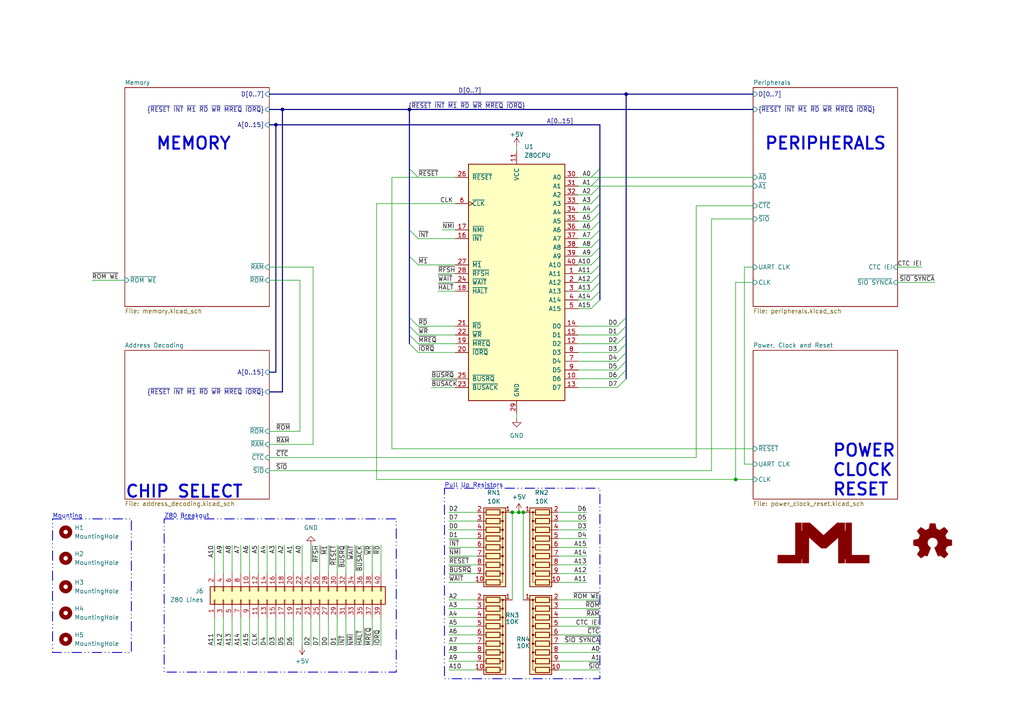
<source format=kicad_sch>
(kicad_sch (version 20230121) (generator eeschema)
  (paper "A4")
  (title_block (title "JML-8 Mini Schematic") (date "2023-10-02") (rev "A") (company "https://github.com/jac-oblong/JML") (comment 1 "Design of Z80 based microcomputer") (comment 3 "Released under MIT License") (comment 4 "Created by: Jacob Long (https://github.com/jac-oblong)"))
  (lib_symbols
    (symbol "CPU:Z80CPU" (pin_names (offset 1.016))
      (property "Reference" "U" (at -13.97 35.56 0))
      (property "Value" "Z80CPU" (at 6.35 35.56 0))
      (symbol "Z80CPU_0_1"
        (rectangle (start -13.97 34.29) (end 13.97 -34.29) (stroke (width 0.254)) (fill (type background)))
      )
      (symbol "Z80CPU_1_1"
        (pin output line (at 17.78 2.54 180) (length 3.81) (name "A11") (number "1"))
        (pin bidirectional line (at 17.78 -27.94 180) (length 3.81) (name "D6") (number "10"))
        (pin power_in line (at 0 38.1 270) (length 3.81) (name "VCC") (number "11"))
        (pin bidirectional line (at 17.78 -17.78 180) (length 3.81) (name "D2") (number "12"))
        (pin bidirectional line (at 17.78 -30.48 180) (length 3.81) (name "D7") (number "13"))
        (pin bidirectional line (at 17.78 -12.7 180) (length 3.81) (name "D0") (number "14"))
        (pin bidirectional line (at 17.78 -15.24 180) (length 3.81) (name "D1") (number "15"))
        (pin input line (at -17.78 12.7 0) (length 3.81) (name "~{INT}") (number "16"))
        (pin input line (at -17.78 15.24 0) (length 3.81) (name "~{NMI}") (number "17"))
        (pin output line (at -17.78 -2.54 0) (length 3.81) (name "~{HALT}") (number "18"))
        (pin output line (at -17.78 -17.78 0) (length 3.81) (name "~{MREQ}") (number "19"))
        (pin output line (at 17.78 0 180) (length 3.81) (name "A12") (number "2"))
        (pin output line (at -17.78 -20.32 0) (length 3.81) (name "~{IORQ}") (number "20"))
        (pin output line (at -17.78 -12.7 0) (length 3.81) (name "~{RD}") (number "21"))
        (pin output line (at -17.78 -15.24 0) (length 3.81) (name "~{WR}") (number "22"))
        (pin output line (at -17.78 -30.48 0) (length 3.81) (name "~{BUSACK}") (number "23"))
        (pin input line (at -17.78 0 0) (length 3.81) (name "~{WAIT}") (number "24"))
        (pin input line (at -17.78 -27.94 0) (length 3.81) (name "~{BUSRQ}") (number "25"))
        (pin input line (at -17.78 30.48 0) (length 3.81) (name "~{RESET}") (number "26"))
        (pin output line (at -17.78 5.08 0) (length 3.81) (name "~{M1}") (number "27"))
        (pin output line (at -17.78 2.54 0) (length 3.81) (name "~{RFSH}") (number "28"))
        (pin power_in line (at 0 -38.1 90) (length 3.81) (name "GND") (number "29"))
        (pin output line (at 17.78 -2.54 180) (length 3.81) (name "A13") (number "3"))
        (pin output line (at 17.78 30.48 180) (length 3.81) (name "A0") (number "30"))
        (pin output line (at 17.78 27.94 180) (length 3.81) (name "A1") (number "31"))
        (pin output line (at 17.78 25.4 180) (length 3.81) (name "A2") (number "32"))
        (pin output line (at 17.78 22.86 180) (length 3.81) (name "A3") (number "33"))
        (pin output line (at 17.78 20.32 180) (length 3.81) (name "A4") (number "34"))
        (pin output line (at 17.78 17.78 180) (length 3.81) (name "A5") (number "35"))
        (pin output line (at 17.78 15.24 180) (length 3.81) (name "A6") (number "36"))
        (pin output line (at 17.78 12.7 180) (length 3.81) (name "A7") (number "37"))
        (pin output line (at 17.78 10.16 180) (length 3.81) (name "A8") (number "38"))
        (pin output line (at 17.78 7.62 180) (length 3.81) (name "A9") (number "39"))
        (pin output line (at 17.78 -5.08 180) (length 3.81) (name "A14") (number "4"))
        (pin output line (at 17.78 5.08 180) (length 3.81) (name "A10") (number "40"))
        (pin output line (at 17.78 -7.62 180) (length 3.81) (name "A15") (number "5"))
        (pin input clock (at -17.78 22.86 0) (length 3.81) (name "~{CLK}") (number "6"))
        (pin bidirectional line (at 17.78 -22.86 180) (length 3.81) (name "D4") (number "7"))
        (pin bidirectional line (at 17.78 -20.32 180) (length 3.81) (name "D3") (number "8"))
        (pin bidirectional line (at 17.78 -25.4 180) (length 3.81) (name "D5") (number "9"))
      )
    )
    (symbol "Connector_Generic:Conn_02x20_Odd_Even" (pin_names (offset 1.016) hide)
      (property "Reference" "J" (at 1.27 25.4 0))
      (property "Value" "Conn_02x20_Odd_Even" (at 1.27 -27.94 0))
      (symbol "Conn_02x20_Odd_Even_1_1"
        (rectangle (start -1.27 -25.273) (end 0 -25.527) (stroke (width 0.1524)))
        (rectangle (start -1.27 -22.733) (end 0 -22.987) (stroke (width 0.1524)))
        (rectangle (start -1.27 -20.193) (end 0 -20.447) (stroke (width 0.1524)))
        (rectangle (start -1.27 -17.653) (end 0 -17.907) (stroke (width 0.1524)))
        (rectangle (start -1.27 -15.113) (end 0 -15.367) (stroke (width 0.1524)))
        (rectangle (start -1.27 -12.573) (end 0 -12.827) (stroke (width 0.1524)))
        (rectangle (start -1.27 -10.033) (end 0 -10.287) (stroke (width 0.1524)))
        (rectangle (start -1.27 -7.493) (end 0 -7.747) (stroke (width 0.1524)))
        (rectangle (start -1.27 -4.953) (end 0 -5.207) (stroke (width 0.1524)))
        (rectangle (start -1.27 -2.413) (end 0 -2.667) (stroke (width 0.1524)))
        (rectangle (start -1.27 0.127) (end 0 -0.127) (stroke (width 0.1524)))
        (rectangle (start -1.27 2.667) (end 0 2.413) (stroke (width 0.1524)))
        (rectangle (start -1.27 5.207) (end 0 4.953) (stroke (width 0.1524)))
        (rectangle (start -1.27 7.747) (end 0 7.493) (stroke (width 0.1524)))
        (rectangle (start -1.27 10.287) (end 0 10.033) (stroke (width 0.1524)))
        (rectangle (start -1.27 12.827) (end 0 12.573) (stroke (width 0.1524)))
        (rectangle (start -1.27 15.367) (end 0 15.113) (stroke (width 0.1524)))
        (rectangle (start -1.27 17.907) (end 0 17.653) (stroke (width 0.1524)))
        (rectangle (start -1.27 20.447) (end 0 20.193) (stroke (width 0.1524)))
        (rectangle (start -1.27 22.987) (end 0 22.733) (stroke (width 0.1524)))
        (rectangle (start -1.27 24.13) (end 3.81 -26.67) (stroke (width 0.254)) (fill (type background)))
        (rectangle (start 3.81 -25.273) (end 2.54 -25.527) (stroke (width 0.1524)))
        (rectangle (start 3.81 -22.733) (end 2.54 -22.987) (stroke (width 0.1524)))
        (rectangle (start 3.81 -20.193) (end 2.54 -20.447) (stroke (width 0.1524)))
        (rectangle (start 3.81 -17.653) (end 2.54 -17.907) (stroke (width 0.1524)))
        (rectangle (start 3.81 -15.113) (end 2.54 -15.367) (stroke (width 0.1524)))
        (rectangle (start 3.81 -12.573) (end 2.54 -12.827) (stroke (width 0.1524)))
        (rectangle (start 3.81 -10.033) (end 2.54 -10.287) (stroke (width 0.1524)))
        (rectangle (start 3.81 -7.493) (end 2.54 -7.747) (stroke (width 0.1524)))
        (rectangle (start 3.81 -4.953) (end 2.54 -5.207) (stroke (width 0.1524)))
        (rectangle (start 3.81 -2.413) (end 2.54 -2.667) (stroke (width 0.1524)))
        (rectangle (start 3.81 0.127) (end 2.54 -0.127) (stroke (width 0.1524)))
        (rectangle (start 3.81 2.667) (end 2.54 2.413) (stroke (width 0.1524)))
        (rectangle (start 3.81 5.207) (end 2.54 4.953) (stroke (width 0.1524)))
        (rectangle (start 3.81 7.747) (end 2.54 7.493) (stroke (width 0.1524)))
        (rectangle (start 3.81 10.287) (end 2.54 10.033) (stroke (width 0.1524)))
        (rectangle (start 3.81 12.827) (end 2.54 12.573) (stroke (width 0.1524)))
        (rectangle (start 3.81 15.367) (end 2.54 15.113) (stroke (width 0.1524)))
        (rectangle (start 3.81 17.907) (end 2.54 17.653) (stroke (width 0.1524)))
        (rectangle (start 3.81 20.447) (end 2.54 20.193) (stroke (width 0.1524)))
        (rectangle (start 3.81 22.987) (end 2.54 22.733) (stroke (width 0.1524)))
        (pin passive line (at -5.08 22.86 0) (length 3.81) (name "Pin_1") (number "1"))
        (pin passive line (at 7.62 12.7 180) (length 3.81) (name "Pin_10") (number "10"))
        (pin passive line (at -5.08 10.16 0) (length 3.81) (name "Pin_11") (number "11"))
        (pin passive line (at 7.62 10.16 180) (length 3.81) (name "Pin_12") (number "12"))
        (pin passive line (at -5.08 7.62 0) (length 3.81) (name "Pin_13") (number "13"))
        (pin passive line (at 7.62 7.62 180) (length 3.81) (name "Pin_14") (number "14"))
        (pin passive line (at -5.08 5.08 0) (length 3.81) (name "Pin_15") (number "15"))
        (pin passive line (at 7.62 5.08 180) (length 3.81) (name "Pin_16") (number "16"))
        (pin passive line (at -5.08 2.54 0) (length 3.81) (name "Pin_17") (number "17"))
        (pin passive line (at 7.62 2.54 180) (length 3.81) (name "Pin_18") (number "18"))
        (pin passive line (at -5.08 0 0) (length 3.81) (name "Pin_19") (number "19"))
        (pin passive line (at 7.62 22.86 180) (length 3.81) (name "Pin_2") (number "2"))
        (pin passive line (at 7.62 0 180) (length 3.81) (name "Pin_20") (number "20"))
        (pin passive line (at -5.08 -2.54 0) (length 3.81) (name "Pin_21") (number "21"))
        (pin passive line (at 7.62 -2.54 180) (length 3.81) (name "Pin_22") (number "22"))
        (pin passive line (at -5.08 -5.08 0) (length 3.81) (name "Pin_23") (number "23"))
        (pin passive line (at 7.62 -5.08 180) (length 3.81) (name "Pin_24") (number "24"))
        (pin passive line (at -5.08 -7.62 0) (length 3.81) (name "Pin_25") (number "25"))
        (pin passive line (at 7.62 -7.62 180) (length 3.81) (name "Pin_26") (number "26"))
        (pin passive line (at -5.08 -10.16 0) (length 3.81) (name "Pin_27") (number "27"))
        (pin passive line (at 7.62 -10.16 180) (length 3.81) (name "Pin_28") (number "28"))
        (pin passive line (at -5.08 -12.7 0) (length 3.81) (name "Pin_29") (number "29"))
        (pin passive line (at -5.08 20.32 0) (length 3.81) (name "Pin_3") (number "3"))
        (pin passive line (at 7.62 -12.7 180) (length 3.81) (name "Pin_30") (number "30"))
        (pin passive line (at -5.08 -15.24 0) (length 3.81) (name "Pin_31") (number "31"))
        (pin passive line (at 7.62 -15.24 180) (length 3.81) (name "Pin_32") (number "32"))
        (pin passive line (at -5.08 -17.78 0) (length 3.81) (name "Pin_33") (number "33"))
        (pin passive line (at 7.62 -17.78 180) (length 3.81) (name "Pin_34") (number "34"))
        (pin passive line (at -5.08 -20.32 0) (length 3.81) (name "Pin_35") (number "35"))
        (pin passive line (at 7.62 -20.32 180) (length 3.81) (name "Pin_36") (number "36"))
        (pin passive line (at -5.08 -22.86 0) (length 3.81) (name "Pin_37") (number "37"))
        (pin passive line (at 7.62 -22.86 180) (length 3.81) (name "Pin_38") (number "38"))
        (pin passive line (at -5.08 -25.4 0) (length 3.81) (name "Pin_39") (number "39"))
        (pin passive line (at 7.62 20.32 180) (length 3.81) (name "Pin_4") (number "4"))
        (pin passive line (at 7.62 -25.4 180) (length 3.81) (name "Pin_40") (number "40"))
        (pin passive line (at -5.08 17.78 0) (length 3.81) (name "Pin_5") (number "5"))
        (pin passive line (at 7.62 17.78 180) (length 3.81) (name "Pin_6") (number "6"))
        (pin passive line (at -5.08 15.24 0) (length 3.81) (name "Pin_7") (number "7"))
        (pin passive line (at 7.62 15.24 180) (length 3.81) (name "Pin_8") (number "8"))
        (pin passive line (at -5.08 12.7 0) (length 3.81) (name "Pin_9") (number "9"))
      )
    )
    (symbol "Device:R_Network09" (pin_names (offset 0) hide)
      (property "Reference" "RN" (at -12.7 0 90))
      (property "Value" "R_Network09" (at 12.7 0 90))
      (symbol "R_Network09_0_1"
        (rectangle (start -11.43 -3.175) (end 11.43 3.175) (stroke (width 0.254)) (fill (type background)))
        (rectangle (start -10.922 1.524) (end -9.398 -2.54) (stroke (width 0.254)))
        (circle (center -10.16 2.286) (radius 0.254) (fill (type outline)))
        (rectangle (start -8.382 1.524) (end -6.858 -2.54) (stroke (width 0.254)))
        (circle (center -7.62 2.286) (radius 0.254) (fill (type outline)))
        (rectangle (start -5.842 1.524) (end -4.318 -2.54) (stroke (width 0.254)))
        (circle (center -5.08 2.286) (radius 0.254) (fill (type outline)))
        (rectangle (start -3.302 1.524) (end -1.778 -2.54) (stroke (width 0.254)))
        (circle (center -2.54 2.286) (radius 0.254) (fill (type outline)))
        (rectangle (start -0.762 1.524) (end 0.762 -2.54) (stroke (width 0.254)))
        (polyline (pts (xy -10.16 -2.54) (xy -10.16 -3.81)))
        (polyline (pts (xy -7.62 -2.54) (xy -7.62 -3.81)))
        (polyline (pts (xy -5.08 -2.54) (xy -5.08 -3.81)))
        (polyline (pts (xy -2.54 -2.54) (xy -2.54 -3.81)))
        (polyline (pts (xy 0 -2.54) (xy 0 -3.81)))
        (polyline (pts (xy 2.54 -2.54) (xy 2.54 -3.81)))
        (polyline (pts (xy 5.08 -2.54) (xy 5.08 -3.81)))
        (polyline (pts (xy 7.62 -2.54) (xy 7.62 -3.81)))
        (polyline (pts (xy 10.16 -2.54) (xy 10.16 -3.81)))
        (polyline (pts (xy -10.16 1.524) (xy -10.16 2.286) (xy -7.62 2.286) (xy -7.62 1.524)))
        (polyline (pts (xy -7.62 1.524) (xy -7.62 2.286) (xy -5.08 2.286) (xy -5.08 1.524)))
        (polyline (pts (xy -5.08 1.524) (xy -5.08 2.286) (xy -2.54 2.286) (xy -2.54 1.524)))
        (polyline (pts (xy -2.54 1.524) (xy -2.54 2.286) (xy 0 2.286) (xy 0 1.524)))
        (polyline (pts (xy 0 1.524) (xy 0 2.286) (xy 2.54 2.286) (xy 2.54 1.524)))
        (polyline (pts (xy 2.54 1.524) (xy 2.54 2.286) (xy 5.08 2.286) (xy 5.08 1.524)))
        (polyline (pts (xy 5.08 1.524) (xy 5.08 2.286) (xy 7.62 2.286) (xy 7.62 1.524)))
        (polyline (pts (xy 7.62 1.524) (xy 7.62 2.286) (xy 10.16 2.286) (xy 10.16 1.524)))
        (circle (center 0 2.286) (radius 0.254) (fill (type outline)))
        (rectangle (start 1.778 1.524) (end 3.302 -2.54) (stroke (width 0.254)))
        (circle (center 2.54 2.286) (radius 0.254) (fill (type outline)))
        (rectangle (start 4.318 1.524) (end 5.842 -2.54) (stroke (width 0.254)))
        (circle (center 5.08 2.286) (radius 0.254) (fill (type outline)))
        (rectangle (start 6.858 1.524) (end 8.382 -2.54) (stroke (width 0.254)))
        (circle (center 7.62 2.286) (radius 0.254) (fill (type outline)))
        (rectangle (start 9.398 1.524) (end 10.922 -2.54) (stroke (width 0.254)))
      )
      (symbol "R_Network09_1_1"
        (pin passive line (at -10.16 5.08 270) (length 2.54) (name "common") (number "1"))
        (pin passive line (at 10.16 -5.08 90) (length 1.27) (name "R9") (number "10"))
        (pin passive line (at -10.16 -5.08 90) (length 1.27) (name "R1") (number "2"))
        (pin passive line (at -7.62 -5.08 90) (length 1.27) (name "R2") (number "3"))
        (pin passive line (at -5.08 -5.08 90) (length 1.27) (name "R3") (number "4"))
        (pin passive line (at -2.54 -5.08 90) (length 1.27) (name "R4") (number "5"))
        (pin passive line (at 0 -5.08 90) (length 1.27) (name "R5") (number "6"))
        (pin passive line (at 2.54 -5.08 90) (length 1.27) (name "R6") (number "7"))
        (pin passive line (at 5.08 -5.08 90) (length 1.27) (name "R7") (number "8"))
        (pin passive line (at 7.62 -5.08 90) (length 1.27) (name "R8") (number "9"))
      )
    )
    (symbol "Graphic:Logo_Open_Hardware_Small" (in_bom no) (on_board no)
      (symbol "Logo_Open_Hardware_Small_0_1"
        (polyline (pts (xy 3.3528 -4.3434) (xy 3.302 -4.318) (xy 3.175 -4.2418) (xy 2.9972 -4.1148) (xy 2.7686 -3.9624) (xy 2.54 -3.81) (xy 2.3622 -3.7084) (xy 2.2352 -3.6068) (xy 2.1844 -3.5814) (xy 2.159 -3.6068) (xy 2.0574 -3.6576) (xy 1.905 -3.7338) (xy 1.8034 -3.7846) (xy 1.6764 -3.8354) (xy 1.6002 -3.8354) (xy 1.6002 -3.8354) (xy 1.5494 -3.7338) (xy 1.4732 -3.5306) (xy 1.3462 -3.302) (xy 1.2446 -3.0226) (xy 1.1176 -2.7178) (xy 0.9652 -2.413) (xy 0.8636 -2.1082) (xy 0.7366 -1.8288) (xy 0.6604 -1.6256) (xy 0.6096 -1.4732) (xy 0.5842 -1.397) (xy 0.5842 -1.397) (xy 0.6604 -1.3208) (xy 0.7874 -1.2446) (xy 1.0414 -1.016) (xy 1.2954 -0.6858) (xy 1.4478 -0.3302) (xy 1.524 0.0762) (xy 1.4732 0.4572) (xy 1.3208 0.8128) (xy 1.0668 1.143) (xy 0.762 1.3716) (xy 0.4064 1.524) (xy 0 1.5748) (xy -0.381 1.5494) (xy -0.7366 1.397) (xy -1.0668 1.143) (xy -1.2192 0.9906) (xy -1.397 0.6604) (xy -1.524 0.3048) (xy -1.524 0.2286) (xy -1.4986 -0.1778) (xy -1.397 -0.5334) (xy -1.1938 -0.8636) (xy -0.9144 -1.143) (xy -0.8636 -1.1684) (xy -0.7366 -1.27) (xy -0.635 -1.3462) (xy -0.5842 -1.397) (xy -1.0668 -2.5908) (xy -1.143 -2.794) (xy -1.2954 -3.1242) (xy -1.397 -3.4036) (xy -1.4986 -3.6322) (xy -1.5748 -3.7846) (xy -1.6002 -3.8354) (xy -1.6002 -3.8354) (xy -1.651 -3.8354) (xy -1.7272 -3.81) (xy -1.905 -3.7338) (xy -2.0066 -3.683) (xy -2.1336 -3.6068) (xy -2.2098 -3.5814) (xy -2.2606 -3.6068) (xy -2.3622 -3.683) (xy -2.54 -3.81) (xy -2.7686 -3.9624) (xy -2.9718 -4.0894) (xy -3.1496 -4.2164) (xy -3.302 -4.318) (xy -3.3528 -4.3434) (xy -3.3782 -4.3434) (xy -3.429 -4.318) (xy -3.5306 -4.2164) (xy -3.7084 -4.064) (xy -3.937 -3.8354) (xy -3.9624 -3.81) (xy -4.1656 -3.6068) (xy -4.318 -3.4544) (xy -4.4196 -3.3274) (xy -4.445 -3.2766) (xy -4.445 -3.2766) (xy -4.4196 -3.2258) (xy -4.318 -3.0734) (xy -4.2164 -2.8956) (xy -4.064 -2.667) (xy -3.6576 -2.0828) (xy -3.8862 -1.5494) (xy -3.937 -1.3716) (xy -4.0386 -1.1684) (xy -4.0894 -1.0414) (xy -4.1148 -0.9652) (xy -4.191 -0.9398) (xy -4.318 -0.9144) (xy -4.5466 -0.8636) (xy -4.8006 -0.8128) (xy -5.0546 -0.7874) (xy -5.2578 -0.7366) (xy -5.4356 -0.7112) (xy -5.5118 -0.6858) (xy -5.5118 -0.6858) (xy -5.5372 -0.635) (xy -5.5372 -0.5588) (xy -5.5372 -0.4318) (xy -5.5626 -0.2286) (xy -5.5626 0.0762) (xy -5.5626 0.127) (xy -5.5372 0.4064) (xy -5.5372 0.635) (xy -5.5372 0.762) (xy -5.5372 0.8382) (xy -5.5372 0.8382) (xy -5.461 0.8382) (xy -5.3086 0.889) (xy -5.08 0.9144) (xy -4.826 0.9652) (xy -4.8006 0.9906) (xy -4.5466 1.0414) (xy -4.318 1.0668) (xy -4.1656 1.1176) (xy -4.0894 1.143) (xy -4.0894 1.143) (xy -4.0386 1.2446) (xy -3.9624 1.4224) (xy -3.8608 1.6256) (xy -3.7846 1.8288) (xy -3.7084 2.0066) (xy -3.6576 2.159) (xy -3.6322 2.2098) (xy -3.6322 2.2098) (xy -3.683 2.286) (xy -3.7592 2.413) (xy -3.8862 2.5908) (xy -4.064 2.8194) (xy -4.064 2.8448) (xy -4.2164 3.0734) (xy -4.3434 3.2512) (xy -4.4196 3.3782) (xy -4.445 3.4544) (xy -4.445 3.4544) (xy -4.3942 3.5052) (xy -4.2926 3.6322) (xy -4.1148 3.81) (xy -3.937 4.0132) (xy -3.8608 4.064) (xy -3.6576 4.2926) (xy -3.5052 4.4196) (xy -3.4036 4.4958) (xy -3.3528 4.5212) (xy -3.3528 4.5212) (xy -3.302 4.4704) (xy -3.1496 4.3688) (xy -2.9718 4.2418) (xy -2.7432 4.0894) (xy -2.7178 4.0894) (xy -2.4892 3.937) (xy -2.3114 3.81) (xy -2.1844 3.7084) (xy -2.1336 3.683) (xy -2.1082 3.683) (xy -2.032 3.7084) (xy -1.8542 3.7592) (xy -1.6764 3.8354) (xy -1.4732 3.937) (xy -1.27 4.0132) (xy -1.143 4.064) (xy -1.0668 4.1148) (xy -1.0668 4.1148) (xy -1.0414 4.191) (xy -1.016 4.3434) (xy -0.9652 4.572) (xy -0.9144 4.8514) (xy -0.889 4.9022) (xy -0.8382 5.1562) (xy -0.8128 5.3848) (xy -0.7874 5.5372) (xy -0.762 5.588) (xy -0.7112 5.6134) (xy -0.5842 5.6134) (xy -0.4064 5.6134) (xy -0.1524 5.6134) (xy 0.0762 5.6134) (xy 0.3302 5.6134) (xy 0.5334 5.6134) (xy 0.6858 5.588) (xy 0.7366 5.588) (xy 0.7366 5.588) (xy 0.762 5.5118) (xy 0.8128 5.334) (xy 0.8382 5.1054) (xy 0.9144 4.826) (xy 0.9144 4.7752) (xy 0.9652 4.5212) (xy 1.016 4.2926) (xy 1.0414 4.1402) (xy 1.0668 4.0894) (xy 1.0668 4.0894) (xy 1.1938 4.0386) (xy 1.3716 3.9624) (xy 1.5748 3.8608) (xy 2.0828 3.6576) (xy 2.7178 4.0894) (xy 2.7686 4.1402) (xy 2.9972 4.2926) (xy 3.175 4.4196) (xy 3.302 4.4958) (xy 3.3782 4.5212) (xy 3.3782 4.5212) (xy 3.429 4.4704) (xy 3.556 4.3434) (xy 3.7338 4.191) (xy 3.9116 3.9878) (xy 4.064 3.8354) (xy 4.2418 3.6576) (xy 4.3434 3.556) (xy 4.4196 3.4798) (xy 4.4196 3.429) (xy 4.4196 3.4036) (xy 4.3942 3.3274) (xy 4.2926 3.2004) (xy 4.1656 2.9972) (xy 4.0132 2.794) (xy 3.8862 2.5908) (xy 3.7592 2.3876) (xy 3.6576 2.2352) (xy 3.6322 2.159) (xy 3.6322 2.1336) (xy 3.683 2.0066) (xy 3.7592 1.8288) (xy 3.8608 1.6002) (xy 4.064 1.1176) (xy 4.3942 1.0414) (xy 4.5974 1.016) (xy 4.8768 0.9652) (xy 5.1308 0.9144) (xy 5.5372 0.8382) (xy 5.5626 -0.6604) (xy 5.4864 -0.6858) (xy 5.4356 -0.6858) (xy 5.2832 -0.7366) (xy 5.0546 -0.762) (xy 4.8006 -0.8128) (xy 4.5974 -0.8636) (xy 4.3688 -0.9144) (xy 4.2164 -0.9398) (xy 4.1402 -0.9398) (xy 4.1148 -0.9652) (xy 4.064 -1.0668) (xy 3.9878 -1.2446) (xy 3.9116 -1.4478) (xy 3.81 -1.651) (xy 3.7338 -1.8542) (xy 3.683 -2.0066) (xy 3.6576 -2.0828) (xy 3.683 -2.1336) (xy 3.7846 -2.2606) (xy 3.8862 -2.4638) (xy 4.0386 -2.667) (xy 4.191 -2.8956) (xy 4.318 -3.0734) (xy 4.3942 -3.2004) (xy 4.445 -3.2766) (xy 4.4196 -3.3274) (xy 4.3434 -3.429) (xy 4.1656 -3.5814) (xy 3.937 -3.8354) (xy 3.8862 -3.8608) (xy 3.683 -4.064) (xy 3.5306 -4.2164) (xy 3.4036 -4.318) (xy 3.3528 -4.3434)) (fill (type outline)))
      )
    )
    (symbol "Mechanical:MountingHole" (pin_names (offset 1.016))
      (property "Reference" "H" (at 0 5.08 0))
      (property "Value" "MountingHole" (at 0 3.175 0))
      (symbol "MountingHole_0_1"
        (circle (center 0 0) (radius 1.27) (stroke (width 1.27)))
      )
    )
    (symbol "jml-8-mini-library:JML_Logo" (pin_names (offset 1.016))
      (symbol "JML_Logo_0_0"
        (polyline (pts (xy -7.5639 -5.2528) (xy -7.5639 -4.6692) (xy -7.4472 -4.6692) (xy -7.3305 -4.6692) (xy -7.3305 -5.2528) (xy -7.3305 -5.8364) (xy -6.3736 -5.8364) (xy -5.4167 -5.8364) (xy -5.4047 -2.098) (xy -5.3928 1.6404) (xy -4.3905 0.7385) (xy -4.181 0.5501) (xy -3.8508 0.2536) (xy -3.5091 -0.0529) (xy -3.1758 -0.3514) (xy -2.8715 -0.6237) (xy -2.6162 -0.8515) (xy -1.8443 -1.5396) (xy -1.1204 -1.5402) (xy -0.3966 -1.5409) (xy 1.3542 0.0075) (xy 3.105 1.5559) (xy 3.117 -2.1402) (xy 3.1289 -5.8364) (xy 4.0625 -5.8364) (xy 4.996 -5.8364) (xy 4.996 -5.2528) (xy 4.996 -4.6692) (xy 5.1127 -4.6692) (xy 5.2295 -4.6692) (xy 5.2295 -5.2528) (xy 5.2295 -5.8364) (xy 8.6846 -5.8364) (xy 12.1397 -5.8364) (xy 12.1397 -4.6692) (xy 12.1397 -3.5019) (xy 9.5717 -3.5019) (xy 7.0037 -3.5019) (xy 7.0037 1.1672) (xy 7.0037 5.8363) (xy 6.1166 5.8363) (xy 5.2295 5.8363) (xy 5.2295 4.6691) (xy 5.2295 3.5018) (xy 5.1127 3.5018) (xy 4.996 3.5018) (xy 4.996 4.6691) (xy 4.996 5.8363) (xy 3.8871 5.8359) (xy 2.7782 5.8355) (xy 0.8204 4.0383) (xy 0.5455 3.7862) (xy 0.1997 3.47) (xy -0.1208 3.1777) (xy -0.41 2.9149) (xy -0.6616 2.6873) (xy -0.8693 2.5005) (xy -1.0271 2.3602) (xy -1.1285 2.2718) (xy -1.1675 2.2411) (xy -1.1733 2.2433) (xy -1.2035 2.2646) (xy -1.2609 2.3119) (xy -1.3496 2.389) (xy -1.4739 2.4995) (xy -1.6378 2.6473) (xy -1.8454 2.8361) (xy -2.1009 3.0696) (xy -2.4084 3.3515) (xy -2.772 3.6857) (xy -3.1959 4.0758) (xy -3.6841 4.5257) (xy -3.8069 4.6388) (xy -4.0779 4.888) (xy -4.3301 5.1194) (xy -4.5537 5.3238) (xy -4.7385 5.4923) (xy -4.8747 5.6156) (xy -4.9522 5.6846) (xy -5.1275 5.8363) (xy -6.229 5.8363) (xy -7.3305 5.8363) (xy -7.3305 4.6691) (xy -7.3305 3.5018) (xy -7.4472 3.5018) (xy -7.5639 3.5018) (xy -7.5639 4.6691) (xy -7.5639 5.8363) (xy -8.4511 5.8363) (xy -9.3382 5.8363) (xy -9.3382 1.1672) (xy -9.3382 -3.5019) (xy -11.9062 -3.5019) (xy -14.4742 -3.5019) (xy -14.4742 -4.6692) (xy -14.4742 -5.8364) (xy -11.0191 -5.8364) (xy -7.5639 -5.8364) (xy -7.5639 -5.2528)) (stroke (width 0.01)) (fill (type outline)))
      )
    )
    (symbol "power:+5V" (power) (pin_names (offset 0))
      (property "Value" "+5V" (at 0 3.556 0))
      (symbol "+5V_0_1"
        (polyline (pts (xy -0.762 1.27) (xy 0 2.54)))
        (polyline (pts (xy 0 0) (xy 0 2.54)))
        (polyline (pts (xy 0 2.54) (xy 0.762 1.27)))
      )
      (symbol "+5V_1_1"
        (pin power_in line (at 0 0 90) (length 0) hide (name "+5V") (number "1"))
      )
    )
    (symbol "power:GND" (power) (pin_names (offset 0))
      (property "Value" "GND" (at 0 -3.81 0))
      (symbol "GND_0_1"
        (polyline (pts (xy 0 0) (xy 0 -1.27) (xy 1.27 -1.27) (xy 0 -2.54) (xy -1.27 -1.27) (xy 0 -1.27)))
      )
      (symbol "GND_1_1"
        (pin power_in line (at 0 0 270) (length 0) hide (name "GND") (number "1"))
      )
    )
  )
  (junction (at 150.495 148.59))
  (junction (at 80.01 36.195))
  (junction (at 81.915 31.75))
  (junction (at 213.36 139.065))
  (junction (at 118.745 31.75))
  (junction (at 181.61 27.305))
  (junction (at 148.59 148.59))
  (junction (at 151.765 148.59))
  (bus_entry (at 118.745 97.155) (size 2.54 2.54))
  (bus_entry (at 118.745 74.295) (size 2.54 2.54))
  (bus_entry (at 173.99 59.055) (size -2.54 2.54))
  (bus_entry (at 173.99 79.375) (size -2.54 2.54))
  (bus_entry (at 173.99 56.515) (size -2.54 2.54))
  (bus_entry (at 181.61 92.075) (size -2.54 2.54))
  (bus_entry (at 173.99 84.455) (size -2.54 2.54))
  (bus_entry (at 118.745 48.895) (size 2.54 2.54))
  (bus_entry (at 181.61 109.855) (size -2.54 2.54))
  (bus_entry (at 173.99 74.295) (size -2.54 2.54))
  (bus_entry (at 181.61 94.615) (size -2.54 2.54))
  (bus_entry (at 173.99 71.755) (size -2.54 2.54))
  (bus_entry (at 173.99 51.435) (size -2.54 2.54))
  (bus_entry (at 118.745 94.615) (size 2.54 2.54))
  (bus_entry (at 173.99 64.135) (size -2.54 2.54))
  (bus_entry (at 118.745 92.075) (size 2.54 2.54))
  (bus_entry (at 173.99 86.995) (size -2.54 2.54))
  (bus_entry (at 173.99 81.915) (size -2.54 2.54))
  (bus_entry (at 181.61 97.155) (size -2.54 2.54))
  (bus_entry (at 173.99 48.895) (size -2.54 2.54))
  (bus_entry (at 181.61 102.235) (size -2.54 2.54))
  (bus_entry (at 173.99 61.595) (size -2.54 2.54))
  (bus_entry (at 181.61 107.315) (size -2.54 2.54))
  (bus_entry (at 118.745 66.675) (size 2.54 2.54))
  (bus_entry (at 173.99 53.975) (size -2.54 2.54))
  (bus_entry (at 118.745 99.695) (size 2.54 2.54))
  (bus_entry (at 173.99 76.835) (size -2.54 2.54))
  (bus_entry (at 181.61 99.695) (size -2.54 2.54))
  (bus_entry (at 173.99 66.675) (size -2.54 2.54))
  (bus_entry (at 181.61 104.775) (size -2.54 2.54))
  (bus_entry (at 173.99 69.215) (size -2.54 2.54))
  (wire (pts (xy 173.99 176.53) (xy 161.925 176.53)))
  (wire (pts (xy 107.95 187.325) (xy 107.95 179.07)))
  (wire (pts (xy 170.18 151.13) (xy 161.925 151.13)))
  (bus (pts (xy 173.99 79.375) (xy 173.99 76.835)))
  (wire (pts (xy 149.86 120.015) (xy 149.86 121.285)))
  (wire (pts (xy 64.77 187.325) (xy 64.77 179.07)))
  (wire (pts (xy 105.41 166.37) (xy 105.41 158.115)))
  (wire (pts (xy 148.59 148.59) (xy 148.59 173.99)))
  (wire (pts (xy 74.93 166.37) (xy 74.93 158.115)))
  (wire (pts (xy 161.925 179.07) (xy 173.99 179.07)))
  (wire (pts (xy 173.99 186.69) (xy 161.925 186.69)))
  (wire (pts (xy 121.285 99.695) (xy 132.08 99.695)))
  (wire (pts (xy 90.17 187.325) (xy 90.17 179.07)))
  (wire (pts (xy 173.99 194.31) (xy 161.925 194.31)))
  (bus (pts (xy 173.99 76.835) (xy 173.99 74.295)))
  (wire (pts (xy 130.175 148.59) (xy 138.43 148.59)))
  (wire (pts (xy 150.495 148.59) (xy 151.765 148.59)))
  (wire (pts (xy 215.9 77.47) (xy 218.44 77.47)))
  (wire (pts (xy 167.64 107.315) (xy 179.07 107.315)))
  (wire (pts (xy 74.93 187.325) (xy 74.93 179.07)))
  (wire (pts (xy 67.31 166.37) (xy 67.31 158.115)))
  (wire (pts (xy 109.22 59.055) (xy 132.08 59.055)))
  (bus (pts (xy 173.99 56.515) (xy 173.99 53.975)))
  (wire (pts (xy 121.285 76.835) (xy 132.08 76.835)))
  (wire (pts (xy 113.665 51.435) (xy 121.285 51.435)))
  (wire (pts (xy 100.33 166.37) (xy 100.33 158.115)))
  (wire (pts (xy 125.095 112.395) (xy 132.08 112.395)))
  (bus (pts (xy 80.01 36.195) (xy 173.99 36.195)))
  (wire (pts (xy 121.285 94.615) (xy 132.08 94.615)))
  (bus (pts (xy 173.99 71.755) (xy 173.99 69.215)))
  (wire (pts (xy 121.285 51.435) (xy 132.08 51.435)))
  (wire (pts (xy 130.175 161.29) (xy 138.43 161.29)))
  (wire (pts (xy 260.35 77.47) (xy 267.335 77.47)))
  (bus (pts (xy 118.745 31.75) (xy 118.745 48.895)))
  (wire (pts (xy 69.85 187.325) (xy 69.85 179.07)))
  (wire (pts (xy 173.99 51.435) (xy 218.44 51.435)))
  (wire (pts (xy 105.41 187.325) (xy 105.41 179.07)))
  (wire (pts (xy 167.64 84.455) (xy 171.45 84.455)))
  (bus (pts (xy 173.99 61.595) (xy 173.99 59.055)))
  (wire (pts (xy 77.47 166.37) (xy 77.47 158.115)))
  (wire (pts (xy 78.105 125.095) (xy 86.995 125.095)))
  (wire (pts (xy 127 81.915) (xy 132.08 81.915)))
  (bus (pts (xy 81.915 113.665) (xy 81.915 31.75)))
  (bus (pts (xy 173.99 64.135) (xy 173.99 61.595)))
  (wire (pts (xy 201.93 132.715) (xy 201.93 59.69)))
  (wire (pts (xy 92.71 187.325) (xy 92.71 179.07)))
  (wire (pts (xy 218.44 134.62) (xy 215.9 134.62)))
  (wire (pts (xy 95.25 166.37) (xy 95.25 158.115)))
  (wire (pts (xy 167.64 109.855) (xy 179.07 109.855)))
  (bus (pts (xy 78.105 27.305) (xy 181.61 27.305)))
  (wire (pts (xy 127 79.375) (xy 132.08 79.375)))
  (wire (pts (xy 67.31 187.325) (xy 67.31 179.07)))
  (wire (pts (xy 62.23 166.37) (xy 62.23 158.115)))
  (wire (pts (xy 82.55 187.325) (xy 82.55 179.07)))
  (wire (pts (xy 173.99 184.15) (xy 161.925 184.15)))
  (wire (pts (xy 173.99 189.23) (xy 161.925 189.23)))
  (wire (pts (xy 130.175 186.69) (xy 138.43 186.69)))
  (wire (pts (xy 26.67 81.28) (xy 36.195 81.28)))
  (wire (pts (xy 167.64 112.395) (xy 179.07 112.395)))
  (wire (pts (xy 127 84.455) (xy 132.08 84.455)))
  (wire (pts (xy 80.01 187.325) (xy 80.01 179.07)))
  (bus (pts (xy 173.99 66.675) (xy 173.99 64.135)))
  (wire (pts (xy 167.64 99.695) (xy 179.07 99.695)))
  (bus (pts (xy 173.99 69.215) (xy 173.99 66.675)))
  (wire (pts (xy 171.45 51.435) (xy 173.99 51.435)))
  (wire (pts (xy 170.18 153.67) (xy 161.925 153.67)))
  (wire (pts (xy 78.105 136.525) (xy 206.375 136.525)))
  (wire (pts (xy 170.18 158.75) (xy 161.925 158.75)))
  (wire (pts (xy 72.39 166.37) (xy 72.39 158.115)))
  (bus (pts (xy 181.61 109.855) (xy 181.61 107.315)))
  (wire (pts (xy 167.64 69.215) (xy 171.45 69.215)))
  (wire (pts (xy 97.79 187.325) (xy 97.79 179.07)))
  (wire (pts (xy 90.17 166.37) (xy 90.17 158.115)))
  (wire (pts (xy 167.64 51.435) (xy 171.45 51.435)))
  (wire (pts (xy 213.36 81.915) (xy 218.44 81.915)))
  (wire (pts (xy 167.64 97.155) (xy 179.07 97.155)))
  (wire (pts (xy 170.18 161.29) (xy 161.925 161.29)))
  (wire (pts (xy 167.64 79.375) (xy 171.45 79.375)))
  (wire (pts (xy 109.22 59.055) (xy 109.22 139.065)))
  (wire (pts (xy 173.99 181.61) (xy 161.925 181.61)))
  (bus (pts (xy 173.99 86.995) (xy 173.99 84.455)))
  (bus (pts (xy 118.745 66.675) (xy 118.745 74.295)))
  (wire (pts (xy 170.18 156.21) (xy 161.925 156.21)))
  (wire (pts (xy 130.175 173.99) (xy 138.43 173.99)))
  (wire (pts (xy 260.35 81.915) (xy 271.145 81.915)))
  (wire (pts (xy 130.175 163.83) (xy 138.43 163.83)))
  (wire (pts (xy 109.22 139.065) (xy 213.36 139.065)))
  (wire (pts (xy 130.175 189.23) (xy 138.43 189.23)))
  (bus (pts (xy 80.01 107.95) (xy 80.01 36.195)))
  (wire (pts (xy 149.86 42.545) (xy 149.86 43.815)))
  (wire (pts (xy 90.805 128.905) (xy 90.805 77.47)))
  (bus (pts (xy 81.915 31.75) (xy 118.745 31.75)))
  (bus (pts (xy 181.61 27.305) (xy 218.44 27.305)))
  (wire (pts (xy 167.64 66.675) (xy 171.45 66.675)))
  (bus (pts (xy 181.61 92.075) (xy 181.61 27.305)))
  (bus (pts (xy 118.745 94.615) (xy 118.745 97.155)))
  (wire (pts (xy 213.36 81.915) (xy 213.36 139.065)))
  (wire (pts (xy 215.9 134.62) (xy 215.9 77.47)))
  (bus (pts (xy 118.745 92.075) (xy 118.745 94.615)))
  (wire (pts (xy 102.87 187.325) (xy 102.87 179.07)))
  (wire (pts (xy 170.18 163.83) (xy 161.925 163.83)))
  (wire (pts (xy 107.95 166.37) (xy 107.95 158.115)))
  (bus (pts (xy 118.745 97.155) (xy 118.745 99.695)))
  (wire (pts (xy 130.175 194.31) (xy 138.43 194.31)))
  (wire (pts (xy 171.45 53.975) (xy 173.99 53.975)))
  (wire (pts (xy 86.995 125.095) (xy 86.995 81.28)))
  (bus (pts (xy 173.99 48.895) (xy 173.99 51.435)))
  (bus (pts (xy 118.745 31.75) (xy 218.44 31.75)))
  (bus (pts (xy 118.745 74.295) (xy 118.745 92.075)))
  (bus (pts (xy 181.61 94.615) (xy 181.61 92.075)))
  (wire (pts (xy 170.18 168.91) (xy 161.925 168.91)))
  (wire (pts (xy 130.175 168.91) (xy 138.43 168.91)))
  (wire (pts (xy 167.64 56.515) (xy 171.45 56.515)))
  (wire (pts (xy 130.175 176.53) (xy 138.43 176.53)))
  (bus (pts (xy 173.99 74.295) (xy 173.99 71.755)))
  (bus (pts (xy 78.105 36.195) (xy 80.01 36.195)))
  (wire (pts (xy 87.63 187.325) (xy 87.63 179.07)))
  (wire (pts (xy 80.01 166.37) (xy 80.01 158.115)))
  (wire (pts (xy 170.18 166.37) (xy 161.925 166.37)))
  (wire (pts (xy 64.77 166.37) (xy 64.77 158.115)))
  (wire (pts (xy 97.79 166.37) (xy 97.79 158.115)))
  (wire (pts (xy 167.64 81.915) (xy 171.45 81.915)))
  (wire (pts (xy 128.27 66.675) (xy 132.08 66.675)))
  (wire (pts (xy 69.85 166.37) (xy 69.85 158.115)))
  (bus (pts (xy 181.61 107.315) (xy 181.61 104.775)))
  (wire (pts (xy 86.995 81.28) (xy 78.105 81.28)))
  (bus (pts (xy 181.61 104.775) (xy 181.61 102.235)))
  (bus (pts (xy 118.745 48.895) (xy 118.745 66.675)))
  (wire (pts (xy 218.44 139.065) (xy 213.36 139.065)))
  (bus (pts (xy 173.99 53.975) (xy 173.99 51.435)))
  (wire (pts (xy 82.55 166.37) (xy 82.55 158.115)))
  (wire (pts (xy 173.99 173.99) (xy 161.925 173.99)))
  (wire (pts (xy 167.64 104.775) (xy 179.07 104.775)))
  (wire (pts (xy 167.64 94.615) (xy 179.07 94.615)))
  (wire (pts (xy 95.25 187.325) (xy 95.25 179.07)))
  (wire (pts (xy 206.375 136.525) (xy 206.375 63.5)))
  (bus (pts (xy 173.99 84.455) (xy 173.99 81.915)))
  (wire (pts (xy 130.175 179.07) (xy 138.43 179.07)))
  (wire (pts (xy 85.09 187.325) (xy 85.09 179.07)))
  (wire (pts (xy 130.175 191.77) (xy 138.43 191.77)))
  (wire (pts (xy 121.285 69.215) (xy 132.08 69.215)))
  (bus (pts (xy 173.99 59.055) (xy 173.99 56.515)))
  (wire (pts (xy 130.175 181.61) (xy 138.43 181.61)))
  (wire (pts (xy 102.87 166.37) (xy 102.87 158.115)))
  (wire (pts (xy 100.33 187.325) (xy 100.33 179.07)))
  (bus (pts (xy 181.61 97.155) (xy 181.61 94.615)))
  (wire (pts (xy 92.71 166.37) (xy 92.71 158.115)))
  (wire (pts (xy 130.175 184.15) (xy 138.43 184.15)))
  (bus (pts (xy 173.99 81.915) (xy 173.99 79.375)))
  (wire (pts (xy 148.59 148.59) (xy 150.495 148.59)))
  (wire (pts (xy 173.99 53.975) (xy 218.44 53.975)))
  (bus (pts (xy 81.915 31.75) (xy 78.105 31.75)))
  (wire (pts (xy 167.64 102.235) (xy 179.07 102.235)))
  (wire (pts (xy 151.765 148.59) (xy 151.765 173.99)))
  (wire (pts (xy 130.175 166.37) (xy 138.43 166.37)))
  (bus (pts (xy 78.105 107.95) (xy 80.01 107.95)))
  (wire (pts (xy 87.63 166.37) (xy 87.63 158.115)))
  (wire (pts (xy 62.23 187.325) (xy 62.23 179.07)))
  (wire (pts (xy 113.665 130.175) (xy 113.665 51.435)))
  (wire (pts (xy 85.09 166.37) (xy 85.09 158.115)))
  (bus (pts (xy 173.99 36.195) (xy 173.99 48.895)))
  (wire (pts (xy 78.105 128.905) (xy 90.805 128.905)))
  (wire (pts (xy 90.805 77.47) (xy 78.105 77.47)))
  (wire (pts (xy 110.49 166.37) (xy 110.49 158.115)))
  (wire (pts (xy 130.175 158.75) (xy 138.43 158.75)))
  (wire (pts (xy 167.64 53.975) (xy 171.45 53.975)))
  (wire (pts (xy 167.64 71.755) (xy 171.45 71.755)))
  (bus (pts (xy 181.61 99.695) (xy 181.61 97.155)))
  (wire (pts (xy 167.64 74.295) (xy 171.45 74.295)))
  (wire (pts (xy 173.99 191.77) (xy 161.925 191.77)))
  (wire (pts (xy 206.375 63.5) (xy 218.44 63.5)))
  (wire (pts (xy 167.64 61.595) (xy 171.45 61.595)))
  (wire (pts (xy 167.64 59.055) (xy 171.45 59.055)))
  (wire (pts (xy 218.44 130.175) (xy 113.665 130.175)))
  (wire (pts (xy 167.64 89.535) (xy 171.45 89.535)))
  (wire (pts (xy 170.18 148.59) (xy 161.925 148.59)))
  (wire (pts (xy 121.285 102.235) (xy 132.08 102.235)))
  (wire (pts (xy 125.095 109.855) (xy 132.08 109.855)))
  (wire (pts (xy 121.285 97.155) (xy 132.08 97.155)))
  (wire (pts (xy 72.39 187.325) (xy 72.39 179.07)))
  (wire (pts (xy 78.105 132.715) (xy 201.93 132.715)))
  (wire (pts (xy 167.64 76.835) (xy 171.45 76.835)))
  (wire (pts (xy 167.64 86.995) (xy 171.45 86.995)))
  (wire (pts (xy 130.175 153.67) (xy 138.43 153.67)))
  (wire (pts (xy 130.175 151.13) (xy 138.43 151.13)))
  (wire (pts (xy 130.175 156.21) (xy 138.43 156.21)))
  (wire (pts (xy 77.47 187.325) (xy 77.47 179.07)))
  (wire (pts (xy 201.93 59.69) (xy 218.44 59.69)))
  (bus (pts (xy 78.105 113.665) (xy 81.915 113.665)))
  (bus (pts (xy 181.61 102.235) (xy 181.61 99.695)))
  (wire (pts (xy 110.49 187.325) (xy 110.49 179.07)))
  (wire (pts (xy 167.64 64.135) (xy 171.45 64.135)))
  (rectangle (start 47.625 150.495) (end 114.935 194.945) (stroke (width 0.25) (type dash_dot_dot)))
  (rectangle (start 128.905 141.605) (end 173.99 196.85) (stroke (width 0.25) (type dash_dot_dot)))
  (rectangle (start 15.24 150.495) (end 38.1 189.23) (stroke (width 0.25) (type dash_dot_dot)))
  (text "MEMORY" (at 45.085 43.815 0) (effects (font (size 3.5 3.5) (thickness 0.6) bold) (justify left bottom)))
  (text "PERIPHERALS" (at 221.615 43.815 0) (effects (font (size 3.5 3.5) (thickness 0.6) bold) (justify left bottom)))
  (text "CHIP SELECT" (at 36.195 144.78 0) (effects (font (size 3.5 3.5) (thickness 0.6) bold) (justify left bottom)))
  (text "POWER\nCLOCK\nRESET" (at 241.3 144.145 0) (effects (font (size 3.5 3.5) (thickness 0.6) bold) (justify left bottom)))
  (text "Z80 Breakout" (at 47.625 150.495 0) (effects (font (size 1.27 1.27)) (justify left bottom)))
  (text "Mounting" (at 15.24 150.495 0) (effects (font (size 1.27 1.27)) (justify left bottom)))
  (text "Pull Up Resistors" (at 128.905 141.605 0) (effects (font (size 1.27 1.27)) (justify left bottom)))
  (label "~{BUSACK}" (at 105.41 158.115 270))
  (label "A15" (at 72.39 187.325 90))
  (label "A8" (at 168.91 71.755 0))
  (label "~{WR}" (at 107.95 158.115 270))
  (label "A7" (at 69.85 158.115 270))
  (label "~{RESET}" (at 130.175 163.83 0))
  (label "~{NMI}" (at 128.27 66.675 0))
  (label "A5" (at 74.93 158.115 270))
  (label "A8" (at 130.175 189.23 0))
  (label "D5" (at 179.07 107.315 180))
  (label "D3" (at 80.01 187.325 90))
  (label "~{BUSRQ}" (at 130.175 166.37 0))
  (label "A4" (at 168.91 61.595 0))
  (label "A3" (at 80.01 158.115 270))
  (label "~{RESET}" (at 97.79 158.115 270))
  (label "A0" (at 168.91 51.435 0))
  (label "~{RESET}" (at 121.285 51.435 0))
  (label "~{NMI}" (at 130.175 161.29 0))
  (label "~{HALT}" (at 105.41 187.325 90))
  (label "A12" (at 64.77 187.325 90))
  (label "A1" (at 85.09 158.115 270))
  (label "A12" (at 170.18 166.37 180))
  (label "~{RD}" (at 121.285 94.615 0))
  (label "D6" (at 85.09 187.325 90))
  (label "~{IORQ}" (at 121.285 102.235 0))
  (label "CTC IEI" (at 267.335 77.47 180))
  (label "A12" (at 167.64 81.915 0))
  (label "A0" (at 87.63 158.115 270))
  (label "D3" (at 179.07 102.235 180))
  (label "CTC IEI" (at 173.99 181.61 180))
  (label "A2" (at 168.91 56.515 0))
  (label "~{HALT}" (at 127 84.455 0))
  (label "A13" (at 170.18 163.83 180))
  (label "D4" (at 170.18 156.21 180))
  (label "A15" (at 167.64 89.535 0))
  (label "~{ROM WE}" (at 173.99 173.99 180))
  (label "A8" (at 67.31 158.115 270))
  (label "~{WAIT}" (at 102.87 158.115 270))
  (label "A14" (at 167.64 86.995 0))
  (label "CLK" (at 74.93 187.325 90))
  (label "A0" (at 173.99 189.23 180))
  (label "D2" (at 179.07 99.695 180))
  (label "~{RFSH}" (at 127 79.375 0))
  (label "~{INT}" (at 100.33 187.325 90))
  (label "~{M1}" (at 95.25 158.115 270))
  (label "CLK" (at 127.635 59.055 0))
  (label "~{INT}" (at 130.175 158.75 0))
  (label "~{ROM}" (at 80.01 125.095 0))
  (label "A4" (at 77.47 158.115 270))
  (label "D7" (at 130.175 151.13 0))
  (label "D7" (at 92.71 187.325 90))
  (label "A1" (at 168.91 53.975 0))
  (label "D1" (at 130.175 156.21 0))
  (label "A6" (at 130.175 184.15 0))
  (label "~{WAIT}" (at 127 81.915 0))
  (label "~{ROM}" (at 173.99 176.53 180))
  (label "~{BUSACK}" (at 125.095 112.395 0))
  (label "A9" (at 64.77 158.115 270))
  (label "A9" (at 168.91 74.295 0))
  (label "~{WR}" (at 121.285 97.155 0))
  (label "~{RD}" (at 110.49 158.115 270))
  (label "A5" (at 168.91 64.135 0))
  (label "A15" (at 170.18 158.75 180))
  (label "D0" (at 179.07 94.615 180))
  (label "~{MREQ}" (at 107.95 187.325 90))
  (label "A2" (at 82.55 158.115 270))
  (label "~{ROM WE}" (at 26.67 81.28 0))
  (label "D2" (at 130.175 148.59 0))
  (label "A13" (at 167.64 84.455 0))
  (label "D5" (at 170.18 151.13 180))
  (label "~{RAM}" (at 80.01 128.905 0))
  (label "A7" (at 130.175 186.69 0))
  (label "~{WAIT}" (at 130.175 168.91 0))
  (label "A5" (at 130.175 181.61 0))
  (label "A10" (at 62.23 158.115 270))
  (label "A[0..15]" (at 166.37 36.195 180))
  (label "A10" (at 167.64 76.835 0))
  (label "A6" (at 72.39 158.115 270))
  (label "A14" (at 69.85 187.325 90))
  (label "~{SIO}" (at 173.99 194.31 180))
  (label "~{MREQ}" (at 121.285 99.695 0))
  (label "A14" (at 170.18 161.29 180))
  (label "A6" (at 168.91 66.675 0))
  (label "A13" (at 67.31 187.325 90))
  (label "D1" (at 97.79 187.325 90))
  (label "A2" (at 130.175 173.99 0))
  (label "D0" (at 130.175 153.67 0))
  (label "~{BUSRQ}" (at 125.095 109.855 0))
  (label "D1" (at 179.07 97.155 180))
  (label "~{NMI}" (at 102.87 187.325 90))
  (label "~{BUSRQ}" (at 100.33 158.115 270))
  (label "~{M1}" (at 121.285 76.835 0))
  (label "~{IORQ}" (at 110.49 187.325 90))
  (label "A7" (at 168.91 69.215 0))
  (label "A9" (at 130.175 191.77 0))
  (label "A3" (at 130.175 176.53 0))
  (label "D6" (at 170.18 148.59 180))
  (label "~{SIO SYNCA}" (at 173.99 186.69 180))
  (label "D5" (at 82.55 187.325 90))
  (label "A11" (at 62.23 187.325 90))
  (label "A3" (at 168.91 59.055 0))
  (label "A4" (at 130.175 179.07 0))
  (label "A1" (at 173.99 191.77 180))
  (label "D0" (at 95.25 187.325 90))
  (label "A10" (at 130.175 194.31 0))
  (label "D2" (at 90.17 187.325 90))
  (label "~{CTC}" (at 173.99 184.15 180))
  (label "D4" (at 77.47 187.325 90))
  (label "~{SIO}" (at 80.01 136.525 0))
  (label "D3" (at 170.18 153.67 180))
  (label "D6" (at 179.07 109.855 180))
  (label "D[0..7]" (at 139.7 27.305 180))
  (label "~{CTC}" (at 80.01 132.715 0))
  (label "~{RAM}" (at 173.99 179.07 180))
  (label "D4" (at 179.07 104.775 180))
  (label "A11" (at 170.18 168.91 180))
  (label "A11" (at 167.64 79.375 0))
  (label "~{RFSH}" (at 92.71 158.115 270))
  (label "~{SIO SYNCA}" (at 271.145 81.915 180))
  (label "D7" (at 179.07 112.395 180))
  (label "~{INT}" (at 121.285 69.215 0))
  (label "{~{RESET} ~{INT} ~{M1} ~{RD} ~{WR} ~{MREQ} ~{IORQ}}" (at 152.4 31.75 180))
  (symbol (lib_id "Device:R_Network09") (at 143.51 158.75 270) (unit 1)
    (property "Reference" "RN1" (at 143.256 142.875 90))
    (property "Value" "10K" (at 143.256 145.415 90))
    (property "Footprint" "Resistor_THT:R_Array_SIP10" (effects hide))
    (property "Datasheet" "http://www.vishay.com/docs/31509/csc.pdf" (effects hide))
  )
  (symbol (lib_id "Mechanical:MountingHole") (at 19.05 170.18 0) (unit 1)
    (property "Reference" "H3" (at 21.59 168.91 0) (effects (justify left)))
    (property "Value" "MountingHole" (at 21.59 171.45 0) (effects (justify left)))
    (property "Footprint" "MountingHole:MountingHole_3.2mm_M3" (effects hide))
  )
  (symbol (lib_id "Device:R_Network09") (at 143.51 184.15 270) (unit 1)
    (property "Reference" "RN3" (at 148.59 178.435 90))
    (property "Value" "10K" (at 148.59 180.34 90))
    (property "Footprint" "Resistor_THT:R_Array_SIP10" (effects hide))
    (property "Datasheet" "http://www.vishay.com/docs/31509/csc.pdf" (effects hide))
  )
  (symbol (lib_id "power:+5V") (at 150.495 148.59 0) (unit 1)
    (property "Reference" "#PWR07" (effects hide))
    (property "Value" "+5V" (at 150.495 144.145 0))
  )
  (symbol (lib_id "jml-8-mini-library:JML_Logo") (at 240.03 157.48 0) (unit 1)
    (property "Reference" "#G1" (effects hide))
    (property "Value" "JML_Logo" (effects hide))
  )
  (symbol (lib_id "Mechanical:MountingHole") (at 19.05 185.42 0) (unit 1)
    (property "Reference" "H5" (at 21.59 184.15 0) (effects (justify left)))
    (property "Value" "MountingHole" (at 21.59 186.69 0) (effects (justify left)))
    (property "Footprint" "MountingHole:MountingHole_3.2mm_M3" (effects hide))
  )
  (symbol (lib_id "CPU:Z80CPU") (at 149.86 81.915 0) (unit 1)
    (property "Reference" "U1" (at 152.0541 42.545 0) (effects (justify left)))
    (property "Value" "Z80CPU" (at 152.0541 45.085 0) (effects (justify left)))
    (property "Footprint" "Package_DIP:DIP-40_W15.24mm_Socket_LongPads" (effects hide))
    (property "Datasheet" "www.zilog.com/manage_directlink.php?filepath=docs/z80/um0080" (effects hide))
  )
  (symbol (lib_id "Device:R_Network09") (at 156.845 184.15 90) (mirror x) (unit 1)
    (property "Reference" "RN4" (at 151.765 185.42 90))
    (property "Value" "10K" (at 151.765 187.325 90))
    (property "Footprint" "Resistor_THT:R_Array_SIP10" (effects hide))
    (property "Datasheet" "http://www.vishay.com/docs/31509/csc.pdf" (effects hide))
  )
  (symbol (lib_id "Mechanical:MountingHole") (at 19.05 177.8 0) (unit 1)
    (property "Reference" "H4" (at 21.59 176.53 0) (effects (justify left)))
    (property "Value" "MountingHole" (at 21.59 179.07 0) (effects (justify left)))
    (property "Footprint" "MountingHole:MountingHole_3.2mm_M3" (effects hide))
  )
  (symbol (lib_id "Connector_Generic:Conn_02x20_Odd_Even") (at 85.09 173.99 90) (unit 1)
    (property "Reference" "J6" (at 59.055 171.45 90) (effects (justify left)))
    (property "Value" "Z80 Lines" (at 59.055 173.99 90) (effects (justify left)))
    (property "Footprint" "Connector_PinHeader_2.54mm:PinHeader_2x20_P2.54mm_Vertical" (effects hide))
  )
  (symbol (lib_id "power:GND") (at 90.17 158.115 0) (mirror x) (unit 1)
    (property "Reference" "#PWR040" (effects hide))
    (property "Value" "GND" (at 90.17 153.035 0))
  )
  (symbol (lib_id "Mechanical:MountingHole") (at 19.05 154.305 0) (unit 1)
    (property "Reference" "H1" (at 21.59 153.035 0) (effects (justify left)))
    (property "Value" "MountingHole" (at 21.59 155.575 0) (effects (justify left)))
    (property "Footprint" "MountingHole:MountingHole_3.2mm_M3" (effects hide))
  )
  (symbol (lib_id "Graphic:Logo_Open_Hardware_Small") (at 270.51 157.48 0) (unit 1) (in_bom no) (on_board no)
    (property "Reference" "#SYM1" (effects hide))
    (property "Value" "Logo_Open_Hardware_Small" (effects hide))
    (property "Sim.Enable" "0" (effects hide))
  )
  (symbol (lib_id "power:GND") (at 149.86 121.285 0) (unit 1)
    (property "Reference" "#PWR08" (effects hide))
    (property "Value" "GND" (at 149.86 126.365 0))
  )
  (symbol (lib_id "Device:R_Network09") (at 156.845 158.75 90) (mirror x) (unit 1)
    (property "Reference" "RN2" (at 157.099 142.875 90))
    (property "Value" "10K" (at 157.099 145.415 90))
    (property "Footprint" "Resistor_THT:R_Array_SIP10" (effects hide))
    (property "Datasheet" "http://www.vishay.com/docs/31509/csc.pdf" (effects hide))
  )
  (symbol (lib_id "power:+5V") (at 87.63 187.325 0) (mirror x) (unit 1)
    (property "Reference" "#PWR039" (effects hide))
    (property "Value" "+5V" (at 87.63 191.77 0))
  )
  (symbol (lib_id "Mechanical:MountingHole") (at 19.05 161.925 0) (unit 1)
    (property "Reference" "H2" (at 21.59 160.655 0) (effects (justify left)))
    (property "Value" "MountingHole" (at 21.59 163.195 0) (effects (justify left)))
    (property "Footprint" "MountingHole:MountingHole_3.2mm_M3" (effects hide))
  )
  (symbol (lib_id "power:+5V") (at 149.86 42.545 0) (unit 1)
    (property "Reference" "#PWR05" (effects hide))
    (property "Value" "+5V" (at 149.86 38.989 0))
  )
  (sheet (at 218.44 101.6) (size 41.91 43.18) (stroke (width 0.1524))
    (property "Sheetname" "Power, Clock and Reset" (at 218.44 100.8884 0) (effects (justify left bottom)))
    (property "Sheetfile" "power_clock_reset.kicad_sch" (at 218.44 145.3646 0) (effects (justify left top)))
    (pin "CLK" input (at 218.44 139.065 180))
    (pin "~{RESET}" input (at 218.44 130.175 180))
    (pin "UART CLK" input (at 218.44 134.62 180))
  )
  (sheet (at 36.195 101.6) (size 41.91 43.18) (stroke (width 0.1524))
    (property "Sheetname" "Address Decoding" (at 36.195 100.8884 0) (effects (justify left bottom)))
    (property "Sheetfile" "address_decoding.kicad_sch" (at 36.195 145.3646 0) (effects (justify left top)))
    (pin "~{ROM}" input (at 78.105 125.095 0))
    (pin "~{RAM}" input (at 78.105 128.905 0))
    (pin "~{SIO}" input (at 78.105 136.525 0))
    (pin "~{CTC}" input (at 78.105 132.715 0))
    (pin "A[0..15]" input (at 78.105 107.95 0))
    (pin "{~{RESET} ~{INT} ~{M1} ~{RD} ~{WR} ~{MREQ} ~{IORQ}}" input (at 78.105 113.665 0))
  )
  (sheet (at 218.44 25.4) (size 41.91 63.5) (stroke (width 0.1524))
    (property "Sheetname" "Peripherals" (at 218.44 24.6884 0) (effects (justify left bottom)))
    (property "Sheetfile" "peripherals.kicad_sch" (at 218.44 89.4846 0) (effects (justify left top)))
    (pin "CLK" input (at 218.44 81.915 180))
    (pin "~{CTC}" input (at 218.44 59.69 180))
    (pin "~{A1}" input (at 218.44 53.975 180))
    (pin "~{A0}" input (at 218.44 51.435 180))
    (pin "~{SIO}" input (at 218.44 63.5 180))
    (pin "UART CLK" input (at 218.44 77.47 180))
    (pin "CTC IEI" input (at 260.35 77.47 0))
    (pin "~{SIO SYNCA}" input (at 260.35 81.915 0))
    (pin "D[0..7]" input (at 218.44 27.305 180))
    (pin "{~{RESET} ~{INT} ~{M1} ~{RD} ~{WR} ~{MREQ} ~{IORQ}}" input (at 218.44 31.75 180))
  )
  (sheet (at 36.195 25.4) (size 41.91 63.5) (stroke (width 0.1524))
    (property "Sheetname" "Memory" (at 36.195 24.6884 0) (effects (justify left bottom)))
    (property "Sheetfile" "memory.kicad_sch" (at 36.195 89.4846 0) (effects (justify left top)))
    (pin "~{ROM}" input (at 78.105 81.28 0))
    (pin "~{RAM}" input (at 78.105 77.47 0))
    (pin "~{ROM WE}" input (at 36.195 81.28 180))
    (pin "D[0..7]" input (at 78.105 27.305 0))
    (pin "A[0..15]" input (at 78.105 36.195 0))
    (pin "{~{RESET} ~{INT} ~{M1} ~{RD} ~{WR} ~{MREQ} ~{IORQ}}" input (at 78.105 31.75 0))
  )
)
</source>
